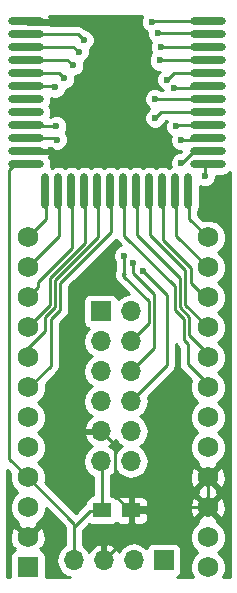
<source format=gbr>
G04 #@! TF.FileFunction,Copper,L1,Top,Signal*
%FSLAX46Y46*%
G04 Gerber Fmt 4.6, Leading zero omitted, Abs format (unit mm)*
G04 Created by KiCad (PCBNEW 4.0.7) date 09/17/18 10:08:34*
%MOMM*%
%LPD*%
G01*
G04 APERTURE LIST*
%ADD10C,0.100000*%
%ADD11R,1.752600X1.752600*%
%ADD12C,1.752600*%
%ADD13R,1.700000X1.700000*%
%ADD14O,1.700000X1.700000*%
%ADD15R,1.500000X1.250000*%
%ADD16O,3.000000X0.700000*%
%ADD17O,0.700000X3.000000*%
%ADD18C,0.600000*%
%ADD19C,0.250000*%
%ADD20C,0.254000*%
G04 APERTURE END LIST*
D10*
D11*
X140881100Y-117449600D03*
D12*
X140881100Y-114909600D03*
X140881100Y-112369600D03*
X140881100Y-109829600D03*
X140881100Y-107289600D03*
X140881100Y-104749600D03*
X140881100Y-102209600D03*
X140881100Y-99669600D03*
X140881100Y-97129600D03*
X140881100Y-94589600D03*
X140881100Y-92049600D03*
X140881100Y-89509600D03*
X156121100Y-89509600D03*
X156121100Y-92049600D03*
X156121100Y-94589600D03*
X156121100Y-97129600D03*
X156121100Y-99669600D03*
X156121100Y-102209600D03*
X156121100Y-104749600D03*
X156121100Y-107289600D03*
X156121100Y-109829600D03*
X156121100Y-112369600D03*
X156121100Y-114909600D03*
X156121100Y-117449600D03*
D13*
X147066000Y-95758000D03*
D14*
X149606000Y-95758000D03*
X147066000Y-98298000D03*
X149606000Y-98298000D03*
X147066000Y-100838000D03*
X149606000Y-100838000D03*
X147066000Y-103378000D03*
X149606000Y-103378000D03*
X147066000Y-105918000D03*
X149606000Y-105918000D03*
X147066000Y-108458000D03*
X149606000Y-108458000D03*
D13*
X152400000Y-116840000D03*
D14*
X149860000Y-116840000D03*
X147320000Y-116840000D03*
X144780000Y-116840000D03*
D15*
X147157120Y-112623600D03*
X149657120Y-112623600D03*
D16*
X140713210Y-71198000D03*
X140713210Y-83298000D03*
D17*
X147863200Y-85598000D03*
X148963200Y-85598000D03*
X145663200Y-85598000D03*
D16*
X140713210Y-74498000D03*
X140713210Y-75598000D03*
X140713210Y-76698000D03*
X140713210Y-77798000D03*
X140713210Y-78898000D03*
X140713210Y-79998000D03*
X140713210Y-82198000D03*
D17*
X142363200Y-85598000D03*
X143463200Y-85598000D03*
X144563200Y-85598000D03*
D16*
X140713210Y-72298000D03*
X140713210Y-81098000D03*
X140713210Y-73398000D03*
D17*
X146763200Y-85598000D03*
D16*
X156113210Y-72298000D03*
D17*
X153363200Y-85598000D03*
X154463200Y-85598000D03*
D16*
X156113210Y-83298000D03*
X156113210Y-82198000D03*
X156113210Y-81098000D03*
X156113210Y-79998000D03*
X156113210Y-77798000D03*
X156113210Y-76698000D03*
X156113210Y-75598000D03*
X156113210Y-74498000D03*
X156113210Y-73398000D03*
D17*
X151163200Y-85598000D03*
D16*
X156113210Y-78898000D03*
D17*
X152263200Y-85598000D03*
D16*
X156113210Y-71198000D03*
D17*
X150063200Y-85598000D03*
D18*
X153263600Y-76860400D03*
X152704800Y-76149200D03*
X143103600Y-71424800D03*
X142849600Y-82092800D03*
X153466800Y-80111600D03*
X151649013Y-79400400D03*
X144729200Y-74930000D03*
X143967200Y-76047600D03*
X143205200Y-76809600D03*
X143306800Y-80111600D03*
X145643600Y-72796400D03*
X143357600Y-81229200D03*
X145186400Y-73812400D03*
X151892000Y-72186800D03*
X149030021Y-91059000D03*
X155854400Y-84328000D03*
X153859569Y-83193530D03*
X153873200Y-81280000D03*
X151649013Y-77774800D03*
X152044400Y-74523600D03*
X150622008Y-92329000D03*
X152146000Y-73355200D03*
X149770999Y-91689417D03*
X151384000Y-71272400D03*
D19*
X153263600Y-76860400D02*
X155950810Y-76860400D01*
X155950810Y-76860400D02*
X156113210Y-76698000D01*
X156113210Y-75598000D02*
X153256000Y-75598000D01*
X153256000Y-75598000D02*
X152704800Y-76149200D01*
X143103600Y-71424800D02*
X140940010Y-71424800D01*
X140940010Y-71424800D02*
X140713210Y-71198000D01*
X142849600Y-82092800D02*
X140818410Y-82092800D01*
X140818410Y-82092800D02*
X140713210Y-82198000D01*
X149693000Y-112649000D02*
X149568000Y-112649000D01*
X149568000Y-112649000D02*
X148241001Y-111322001D01*
X148241001Y-111322001D02*
X148241001Y-107093001D01*
X148241001Y-107093001D02*
X147915999Y-106767999D01*
X147915999Y-106767999D02*
X147066000Y-105918000D01*
X156121100Y-112369600D02*
X149972400Y-112369600D01*
X149972400Y-112369600D02*
X149693000Y-112649000D01*
X156121100Y-109829600D02*
X156121100Y-111068875D01*
X156121100Y-111068875D02*
X156121100Y-112369600D01*
X147320000Y-116840000D02*
X149693000Y-114467000D01*
X149693000Y-114467000D02*
X149693000Y-112649000D01*
X140881100Y-109829600D02*
X139319000Y-108267500D01*
X139319000Y-108267500D02*
X139319000Y-83794600D01*
X139319000Y-83794600D02*
X139815600Y-83298000D01*
X139815600Y-83298000D02*
X140713210Y-83298000D01*
X147193000Y-112649000D02*
X147193000Y-108585000D01*
X147193000Y-108585000D02*
X147066000Y-108458000D01*
X147193000Y-112649000D02*
X146193000Y-112649000D01*
X146193000Y-112649000D02*
X144780000Y-114062000D01*
X144780000Y-114062000D02*
X144780000Y-115637919D01*
X144780000Y-115637919D02*
X144780000Y-116840000D01*
X140881100Y-109829600D02*
X144780000Y-113728500D01*
X144780000Y-113728500D02*
X144780000Y-116840000D01*
X156113210Y-79998000D02*
X153580400Y-79998000D01*
X153580400Y-79998000D02*
X153466800Y-80111600D01*
X156113210Y-78898000D02*
X152151413Y-78898000D01*
X151949012Y-79100401D02*
X151649013Y-79400400D01*
X152151413Y-78898000D02*
X151949012Y-79100401D01*
X140881100Y-102209600D02*
X140995400Y-102209600D01*
X140995400Y-102209600D02*
X142817010Y-100387990D01*
X142817010Y-100387990D02*
X142817010Y-96453810D01*
X142817010Y-96453810D02*
X143648020Y-95622800D01*
X143648020Y-95622800D02*
X143648020Y-93336800D01*
X143648020Y-93336800D02*
X147942980Y-89041840D01*
X147942980Y-89041840D02*
X147942980Y-88126880D01*
X147942980Y-88126880D02*
X147942980Y-86876880D01*
X156121100Y-102209600D02*
X156121100Y-101892100D01*
X156121100Y-101892100D02*
X154432000Y-100203000D01*
X154432000Y-100203000D02*
X154432000Y-98552000D01*
X154432000Y-98552000D02*
X154108990Y-98228990D01*
X154108990Y-98228990D02*
X154108990Y-96390310D01*
X154108990Y-96390310D02*
X153335969Y-95617289D01*
X153335969Y-95617289D02*
X153335969Y-93645969D01*
X153335969Y-93645969D02*
X149042980Y-89352980D01*
X149042980Y-89352980D02*
X149042980Y-88126880D01*
X149042980Y-88126880D02*
X149042980Y-86876880D01*
X140881100Y-97129600D02*
X140881100Y-97116900D01*
X140881100Y-97116900D02*
X142748000Y-95250000D01*
X142748000Y-95250000D02*
X142748000Y-92964000D01*
X142748000Y-92964000D02*
X145742980Y-89969020D01*
X145742980Y-89969020D02*
X145742980Y-86876880D01*
X144246800Y-74498000D02*
X144678800Y-74930000D01*
X144678800Y-74930000D02*
X144729200Y-74930000D01*
X140713210Y-74498000D02*
X144246800Y-74498000D01*
X143967200Y-76047600D02*
X143517600Y-75598000D01*
X143517600Y-75598000D02*
X140713210Y-75598000D01*
X140713210Y-76698000D02*
X143093600Y-76698000D01*
X143093600Y-76698000D02*
X143205200Y-76809600D01*
X143306800Y-80111600D02*
X140826810Y-80111600D01*
X140826810Y-80111600D02*
X140713210Y-79998000D01*
X140881100Y-89509600D02*
X142442980Y-87947720D01*
X142442980Y-87947720D02*
X142442980Y-86876880D01*
X140881100Y-92049600D02*
X143542980Y-89387720D01*
X143542980Y-89387720D02*
X143542980Y-86876880D01*
X144642980Y-88126880D02*
X144642980Y-86876880D01*
X144642980Y-90432609D02*
X144642980Y-88126880D01*
X141757399Y-93318190D02*
X144642980Y-90432609D01*
X140881100Y-94589600D02*
X141757399Y-93713301D01*
X141757399Y-93713301D02*
X141757399Y-93318190D01*
X140713210Y-72298000D02*
X145145200Y-72298000D01*
X145145200Y-72298000D02*
X145643600Y-72796400D01*
X140713210Y-81098000D02*
X143226400Y-81098000D01*
X143226400Y-81098000D02*
X143357600Y-81229200D01*
X144729200Y-73355200D02*
X144686400Y-73398000D01*
X144686400Y-73398000D02*
X140713210Y-73398000D01*
X145186400Y-73812400D02*
X144729200Y-73355200D01*
X140881100Y-99669600D02*
X140881100Y-98907526D01*
X140881100Y-98907526D02*
X142367000Y-97421626D01*
X142367000Y-97421626D02*
X142367000Y-96267410D01*
X142367000Y-96267410D02*
X143198010Y-95436400D01*
X143198010Y-95436400D02*
X143198010Y-93150400D01*
X143198010Y-93150400D02*
X146842980Y-89505430D01*
X146842980Y-89505430D02*
X146842980Y-88126880D01*
X146842980Y-88126880D02*
X146842980Y-86876880D01*
X151892000Y-72186800D02*
X156002010Y-72186800D01*
X156002010Y-72186800D02*
X156113210Y-72298000D01*
X149030021Y-91483264D02*
X149030021Y-91059000D01*
X148971000Y-92499264D02*
X149030021Y-92440243D01*
X149030021Y-92440243D02*
X149030021Y-91483264D01*
X149098000Y-92583000D02*
X149054736Y-92583000D01*
X149054736Y-92583000D02*
X148971000Y-92499264D01*
X149606000Y-98298000D02*
X151130000Y-96774000D01*
X151130000Y-94912264D02*
X148971000Y-92753264D01*
X148971000Y-92753264D02*
X148971000Y-92499264D01*
X151130000Y-96774000D02*
X151130000Y-94912264D01*
X156121100Y-92049600D02*
X153442980Y-89371480D01*
X153442980Y-89371480D02*
X153442980Y-86876880D01*
X156121100Y-89509600D02*
X154542980Y-87931480D01*
X154542980Y-87931480D02*
X154542980Y-86876880D01*
X155854400Y-84328000D02*
X155854400Y-83556810D01*
X155854400Y-83556810D02*
X156113210Y-83298000D01*
X154963210Y-82198000D02*
X153967680Y-83193530D01*
X156113210Y-82198000D02*
X154963210Y-82198000D01*
X153967680Y-83193530D02*
X153859569Y-83193530D01*
X153873200Y-81280000D02*
X155931210Y-81280000D01*
X155931210Y-81280000D02*
X156113210Y-81098000D01*
X156113210Y-77798000D02*
X151672213Y-77798000D01*
X151672213Y-77798000D02*
X151649013Y-77774800D01*
X152044400Y-74523600D02*
X156087610Y-74523600D01*
X156087610Y-74523600D02*
X156113210Y-74498000D01*
X149606000Y-103378000D02*
X152654000Y-100330000D01*
X152654000Y-100330000D02*
X152654000Y-94360992D01*
X152654000Y-94360992D02*
X150622008Y-92329000D01*
X156113210Y-73398000D02*
X152188800Y-73398000D01*
X152188800Y-73398000D02*
X152146000Y-73355200D01*
X149770999Y-92113681D02*
X149770999Y-91689417D01*
X151580009Y-94303009D02*
X149770999Y-92493999D01*
X151580009Y-98863991D02*
X151580009Y-94303009D01*
X149606000Y-100838000D02*
X151580009Y-98863991D01*
X149770999Y-92493999D02*
X149770999Y-92113681D01*
X154235989Y-92259989D02*
X151242980Y-89266980D01*
X151242980Y-89266980D02*
X151242980Y-88126880D01*
X154235989Y-95244489D02*
X154235989Y-92259989D01*
X156121100Y-97129600D02*
X154235989Y-95244489D01*
X151242980Y-88126880D02*
X151242980Y-86876880D01*
X156121100Y-94589600D02*
X155930600Y-94589600D01*
X152342980Y-88126880D02*
X152342980Y-86876880D01*
X154686000Y-92073590D02*
X152342980Y-89730570D01*
X155930600Y-94589600D02*
X154686000Y-93345000D01*
X152342980Y-89730570D02*
X152342980Y-88126880D01*
X154686000Y-93345000D02*
X154686000Y-92073590D01*
X156113210Y-71198000D02*
X151458400Y-71198000D01*
X151458400Y-71198000D02*
X151384000Y-71272400D01*
X156121100Y-99669600D02*
X156121100Y-99352100D01*
X156121100Y-99352100D02*
X154559000Y-97790000D01*
X154559000Y-97790000D02*
X154559000Y-96203910D01*
X154559000Y-96203910D02*
X153785979Y-95430889D01*
X153785979Y-95430889D02*
X153785979Y-92952979D01*
X150142980Y-88126880D02*
X150142980Y-86876880D01*
X153785979Y-92952979D02*
X150142980Y-89309980D01*
X150142980Y-89309980D02*
X150142980Y-88126880D01*
D20*
G36*
X158040000Y-118289000D02*
X157408962Y-118289000D01*
X157632137Y-117751535D01*
X157632662Y-117150303D01*
X157403065Y-116594636D01*
X156988402Y-116179249D01*
X157401571Y-115766800D01*
X157632137Y-115211535D01*
X157632662Y-114610303D01*
X157403065Y-114054636D01*
X156978300Y-113629129D01*
X156944508Y-113615097D01*
X157004496Y-113432601D01*
X156121100Y-112549205D01*
X155237704Y-113432601D01*
X155297547Y-113614656D01*
X155266136Y-113627635D01*
X154840629Y-114052400D01*
X154610063Y-114607665D01*
X154609538Y-115208897D01*
X154839135Y-115764564D01*
X155253798Y-116179951D01*
X154840629Y-116592400D01*
X154610063Y-117147665D01*
X154609538Y-117748897D01*
X154832704Y-118289000D01*
X153491785Y-118289000D01*
X153701441Y-118154090D01*
X153846431Y-117941890D01*
X153897440Y-117690000D01*
X153897440Y-115990000D01*
X153853162Y-115754683D01*
X153714090Y-115538559D01*
X153501890Y-115393569D01*
X153250000Y-115342560D01*
X151550000Y-115342560D01*
X151314683Y-115386838D01*
X151098559Y-115525910D01*
X150953569Y-115738110D01*
X150939914Y-115805541D01*
X150910054Y-115760853D01*
X150428285Y-115438946D01*
X149860000Y-115325907D01*
X149291715Y-115438946D01*
X148809946Y-115760853D01*
X148582298Y-116101553D01*
X148515183Y-115958642D01*
X148086924Y-115568355D01*
X147676890Y-115398524D01*
X147447000Y-115519845D01*
X147447000Y-116713000D01*
X147467000Y-116713000D01*
X147467000Y-116967000D01*
X147447000Y-116967000D01*
X147447000Y-116987000D01*
X147193000Y-116987000D01*
X147193000Y-116967000D01*
X147173000Y-116967000D01*
X147173000Y-116713000D01*
X147193000Y-116713000D01*
X147193000Y-115519845D01*
X146963110Y-115398524D01*
X146553076Y-115568355D01*
X146124817Y-115958642D01*
X146057702Y-116101553D01*
X145830054Y-115760853D01*
X145540000Y-115567046D01*
X145540000Y-114376802D01*
X146105649Y-113811153D01*
X146155230Y-113845031D01*
X146407120Y-113896040D01*
X147907120Y-113896040D01*
X148142437Y-113851762D01*
X148358561Y-113712690D01*
X148405089Y-113644594D01*
X148547422Y-113786927D01*
X148780811Y-113883600D01*
X149371370Y-113883600D01*
X149530120Y-113724850D01*
X149530120Y-112750600D01*
X149784120Y-112750600D01*
X149784120Y-113724850D01*
X149942870Y-113883600D01*
X150533429Y-113883600D01*
X150766818Y-113786927D01*
X150945447Y-113608299D01*
X151042120Y-113374910D01*
X151042120Y-112909350D01*
X150883370Y-112750600D01*
X149784120Y-112750600D01*
X149530120Y-112750600D01*
X149510120Y-112750600D01*
X149510120Y-112496600D01*
X149530120Y-112496600D01*
X149530120Y-111522350D01*
X149784120Y-111522350D01*
X149784120Y-112496600D01*
X150883370Y-112496600D01*
X151042120Y-112337850D01*
X151042120Y-112134597D01*
X154598218Y-112134597D01*
X154624209Y-112735268D01*
X154804073Y-113169496D01*
X155058099Y-113252996D01*
X155941495Y-112369600D01*
X156300705Y-112369600D01*
X157184101Y-113252996D01*
X157438127Y-113169496D01*
X157643982Y-112604603D01*
X157617991Y-112003932D01*
X157438127Y-111569704D01*
X157184101Y-111486204D01*
X156300705Y-112369600D01*
X155941495Y-112369600D01*
X155058099Y-111486204D01*
X154804073Y-111569704D01*
X154598218Y-112134597D01*
X151042120Y-112134597D01*
X151042120Y-111872290D01*
X150945447Y-111638901D01*
X150766818Y-111460273D01*
X150533429Y-111363600D01*
X149942870Y-111363600D01*
X149784120Y-111522350D01*
X149530120Y-111522350D01*
X149371370Y-111363600D01*
X148780811Y-111363600D01*
X148547422Y-111460273D01*
X148406184Y-111601510D01*
X148371210Y-111547159D01*
X148159010Y-111402169D01*
X147953000Y-111360451D01*
X147953000Y-110892601D01*
X155237704Y-110892601D01*
X155305746Y-111099600D01*
X155237704Y-111306599D01*
X156121100Y-112189995D01*
X157004496Y-111306599D01*
X156936454Y-111099600D01*
X157004496Y-110892601D01*
X156121100Y-110009205D01*
X155237704Y-110892601D01*
X147953000Y-110892601D01*
X147953000Y-109636442D01*
X148145147Y-109508054D01*
X148336000Y-109222422D01*
X148526853Y-109508054D01*
X149008622Y-109829961D01*
X149576907Y-109943000D01*
X149635093Y-109943000D01*
X150203378Y-109829961D01*
X150555625Y-109594597D01*
X154598218Y-109594597D01*
X154624209Y-110195268D01*
X154804073Y-110629496D01*
X155058099Y-110712996D01*
X155941495Y-109829600D01*
X156300705Y-109829600D01*
X157184101Y-110712996D01*
X157438127Y-110629496D01*
X157643982Y-110064603D01*
X157617991Y-109463932D01*
X157438127Y-109029704D01*
X157184101Y-108946204D01*
X156300705Y-109829600D01*
X155941495Y-109829600D01*
X155058099Y-108946204D01*
X154804073Y-109029704D01*
X154598218Y-109594597D01*
X150555625Y-109594597D01*
X150685147Y-109508054D01*
X151007054Y-109026285D01*
X151120093Y-108458000D01*
X151007054Y-107889715D01*
X150685147Y-107407946D01*
X150355974Y-107188000D01*
X150685147Y-106968054D01*
X151007054Y-106486285D01*
X151120093Y-105918000D01*
X151007054Y-105349715D01*
X150685147Y-104867946D01*
X150355974Y-104648000D01*
X150685147Y-104428054D01*
X151007054Y-103946285D01*
X151120093Y-103378000D01*
X151047210Y-103011592D01*
X153191401Y-100867401D01*
X153356148Y-100620839D01*
X153414000Y-100330000D01*
X153414000Y-98530542D01*
X153571589Y-98766391D01*
X153672000Y-98866802D01*
X153672000Y-100203000D01*
X153729852Y-100493839D01*
X153894599Y-100740401D01*
X154742623Y-101588425D01*
X154610063Y-101907665D01*
X154609538Y-102508897D01*
X154839135Y-103064564D01*
X155253798Y-103479951D01*
X154840629Y-103892400D01*
X154610063Y-104447665D01*
X154609538Y-105048897D01*
X154839135Y-105604564D01*
X155253798Y-106019951D01*
X154840629Y-106432400D01*
X154610063Y-106987665D01*
X154609538Y-107588897D01*
X154839135Y-108144564D01*
X155263900Y-108570071D01*
X155297692Y-108584103D01*
X155237704Y-108766599D01*
X156121100Y-109649995D01*
X157004496Y-108766599D01*
X156944653Y-108584544D01*
X156976064Y-108571565D01*
X157401571Y-108146800D01*
X157632137Y-107591535D01*
X157632662Y-106990303D01*
X157403065Y-106434636D01*
X156988402Y-106019249D01*
X157401571Y-105606800D01*
X157632137Y-105051535D01*
X157632662Y-104450303D01*
X157403065Y-103894636D01*
X156988402Y-103479249D01*
X157401571Y-103066800D01*
X157632137Y-102511535D01*
X157632662Y-101910303D01*
X157403065Y-101354636D01*
X156988402Y-100939249D01*
X157401571Y-100526800D01*
X157632137Y-99971535D01*
X157632662Y-99370303D01*
X157403065Y-98814636D01*
X156988402Y-98399249D01*
X157401571Y-97986800D01*
X157632137Y-97431535D01*
X157632662Y-96830303D01*
X157403065Y-96274636D01*
X156988402Y-95859249D01*
X157401571Y-95446800D01*
X157632137Y-94891535D01*
X157632662Y-94290303D01*
X157403065Y-93734636D01*
X156988402Y-93319249D01*
X157401571Y-92906800D01*
X157632137Y-92351535D01*
X157632662Y-91750303D01*
X157403065Y-91194636D01*
X156988402Y-90779249D01*
X157401571Y-90366800D01*
X157632137Y-89811535D01*
X157632662Y-89210303D01*
X157403065Y-88654636D01*
X156978300Y-88229129D01*
X156423035Y-87998563D01*
X155821803Y-87998038D01*
X155724532Y-88038230D01*
X155302980Y-87616678D01*
X155302980Y-87271893D01*
X155373221Y-87166770D01*
X155448200Y-86789827D01*
X155448200Y-85171734D01*
X155667601Y-85262838D01*
X156039567Y-85263162D01*
X156383343Y-85121117D01*
X156646592Y-84858327D01*
X156789238Y-84514799D01*
X156789440Y-84283000D01*
X157305037Y-84283000D01*
X157681980Y-84208021D01*
X158001537Y-83994500D01*
X158040000Y-83936936D01*
X158040000Y-118289000D01*
X158040000Y-118289000D01*
G37*
X158040000Y-118289000D02*
X157408962Y-118289000D01*
X157632137Y-117751535D01*
X157632662Y-117150303D01*
X157403065Y-116594636D01*
X156988402Y-116179249D01*
X157401571Y-115766800D01*
X157632137Y-115211535D01*
X157632662Y-114610303D01*
X157403065Y-114054636D01*
X156978300Y-113629129D01*
X156944508Y-113615097D01*
X157004496Y-113432601D01*
X156121100Y-112549205D01*
X155237704Y-113432601D01*
X155297547Y-113614656D01*
X155266136Y-113627635D01*
X154840629Y-114052400D01*
X154610063Y-114607665D01*
X154609538Y-115208897D01*
X154839135Y-115764564D01*
X155253798Y-116179951D01*
X154840629Y-116592400D01*
X154610063Y-117147665D01*
X154609538Y-117748897D01*
X154832704Y-118289000D01*
X153491785Y-118289000D01*
X153701441Y-118154090D01*
X153846431Y-117941890D01*
X153897440Y-117690000D01*
X153897440Y-115990000D01*
X153853162Y-115754683D01*
X153714090Y-115538559D01*
X153501890Y-115393569D01*
X153250000Y-115342560D01*
X151550000Y-115342560D01*
X151314683Y-115386838D01*
X151098559Y-115525910D01*
X150953569Y-115738110D01*
X150939914Y-115805541D01*
X150910054Y-115760853D01*
X150428285Y-115438946D01*
X149860000Y-115325907D01*
X149291715Y-115438946D01*
X148809946Y-115760853D01*
X148582298Y-116101553D01*
X148515183Y-115958642D01*
X148086924Y-115568355D01*
X147676890Y-115398524D01*
X147447000Y-115519845D01*
X147447000Y-116713000D01*
X147467000Y-116713000D01*
X147467000Y-116967000D01*
X147447000Y-116967000D01*
X147447000Y-116987000D01*
X147193000Y-116987000D01*
X147193000Y-116967000D01*
X147173000Y-116967000D01*
X147173000Y-116713000D01*
X147193000Y-116713000D01*
X147193000Y-115519845D01*
X146963110Y-115398524D01*
X146553076Y-115568355D01*
X146124817Y-115958642D01*
X146057702Y-116101553D01*
X145830054Y-115760853D01*
X145540000Y-115567046D01*
X145540000Y-114376802D01*
X146105649Y-113811153D01*
X146155230Y-113845031D01*
X146407120Y-113896040D01*
X147907120Y-113896040D01*
X148142437Y-113851762D01*
X148358561Y-113712690D01*
X148405089Y-113644594D01*
X148547422Y-113786927D01*
X148780811Y-113883600D01*
X149371370Y-113883600D01*
X149530120Y-113724850D01*
X149530120Y-112750600D01*
X149784120Y-112750600D01*
X149784120Y-113724850D01*
X149942870Y-113883600D01*
X150533429Y-113883600D01*
X150766818Y-113786927D01*
X150945447Y-113608299D01*
X151042120Y-113374910D01*
X151042120Y-112909350D01*
X150883370Y-112750600D01*
X149784120Y-112750600D01*
X149530120Y-112750600D01*
X149510120Y-112750600D01*
X149510120Y-112496600D01*
X149530120Y-112496600D01*
X149530120Y-111522350D01*
X149784120Y-111522350D01*
X149784120Y-112496600D01*
X150883370Y-112496600D01*
X151042120Y-112337850D01*
X151042120Y-112134597D01*
X154598218Y-112134597D01*
X154624209Y-112735268D01*
X154804073Y-113169496D01*
X155058099Y-113252996D01*
X155941495Y-112369600D01*
X156300705Y-112369600D01*
X157184101Y-113252996D01*
X157438127Y-113169496D01*
X157643982Y-112604603D01*
X157617991Y-112003932D01*
X157438127Y-111569704D01*
X157184101Y-111486204D01*
X156300705Y-112369600D01*
X155941495Y-112369600D01*
X155058099Y-111486204D01*
X154804073Y-111569704D01*
X154598218Y-112134597D01*
X151042120Y-112134597D01*
X151042120Y-111872290D01*
X150945447Y-111638901D01*
X150766818Y-111460273D01*
X150533429Y-111363600D01*
X149942870Y-111363600D01*
X149784120Y-111522350D01*
X149530120Y-111522350D01*
X149371370Y-111363600D01*
X148780811Y-111363600D01*
X148547422Y-111460273D01*
X148406184Y-111601510D01*
X148371210Y-111547159D01*
X148159010Y-111402169D01*
X147953000Y-111360451D01*
X147953000Y-110892601D01*
X155237704Y-110892601D01*
X155305746Y-111099600D01*
X155237704Y-111306599D01*
X156121100Y-112189995D01*
X157004496Y-111306599D01*
X156936454Y-111099600D01*
X157004496Y-110892601D01*
X156121100Y-110009205D01*
X155237704Y-110892601D01*
X147953000Y-110892601D01*
X147953000Y-109636442D01*
X148145147Y-109508054D01*
X148336000Y-109222422D01*
X148526853Y-109508054D01*
X149008622Y-109829961D01*
X149576907Y-109943000D01*
X149635093Y-109943000D01*
X150203378Y-109829961D01*
X150555625Y-109594597D01*
X154598218Y-109594597D01*
X154624209Y-110195268D01*
X154804073Y-110629496D01*
X155058099Y-110712996D01*
X155941495Y-109829600D01*
X156300705Y-109829600D01*
X157184101Y-110712996D01*
X157438127Y-110629496D01*
X157643982Y-110064603D01*
X157617991Y-109463932D01*
X157438127Y-109029704D01*
X157184101Y-108946204D01*
X156300705Y-109829600D01*
X155941495Y-109829600D01*
X155058099Y-108946204D01*
X154804073Y-109029704D01*
X154598218Y-109594597D01*
X150555625Y-109594597D01*
X150685147Y-109508054D01*
X151007054Y-109026285D01*
X151120093Y-108458000D01*
X151007054Y-107889715D01*
X150685147Y-107407946D01*
X150355974Y-107188000D01*
X150685147Y-106968054D01*
X151007054Y-106486285D01*
X151120093Y-105918000D01*
X151007054Y-105349715D01*
X150685147Y-104867946D01*
X150355974Y-104648000D01*
X150685147Y-104428054D01*
X151007054Y-103946285D01*
X151120093Y-103378000D01*
X151047210Y-103011592D01*
X153191401Y-100867401D01*
X153356148Y-100620839D01*
X153414000Y-100330000D01*
X153414000Y-98530542D01*
X153571589Y-98766391D01*
X153672000Y-98866802D01*
X153672000Y-100203000D01*
X153729852Y-100493839D01*
X153894599Y-100740401D01*
X154742623Y-101588425D01*
X154610063Y-101907665D01*
X154609538Y-102508897D01*
X154839135Y-103064564D01*
X155253798Y-103479951D01*
X154840629Y-103892400D01*
X154610063Y-104447665D01*
X154609538Y-105048897D01*
X154839135Y-105604564D01*
X155253798Y-106019951D01*
X154840629Y-106432400D01*
X154610063Y-106987665D01*
X154609538Y-107588897D01*
X154839135Y-108144564D01*
X155263900Y-108570071D01*
X155297692Y-108584103D01*
X155237704Y-108766599D01*
X156121100Y-109649995D01*
X157004496Y-108766599D01*
X156944653Y-108584544D01*
X156976064Y-108571565D01*
X157401571Y-108146800D01*
X157632137Y-107591535D01*
X157632662Y-106990303D01*
X157403065Y-106434636D01*
X156988402Y-106019249D01*
X157401571Y-105606800D01*
X157632137Y-105051535D01*
X157632662Y-104450303D01*
X157403065Y-103894636D01*
X156988402Y-103479249D01*
X157401571Y-103066800D01*
X157632137Y-102511535D01*
X157632662Y-101910303D01*
X157403065Y-101354636D01*
X156988402Y-100939249D01*
X157401571Y-100526800D01*
X157632137Y-99971535D01*
X157632662Y-99370303D01*
X157403065Y-98814636D01*
X156988402Y-98399249D01*
X157401571Y-97986800D01*
X157632137Y-97431535D01*
X157632662Y-96830303D01*
X157403065Y-96274636D01*
X156988402Y-95859249D01*
X157401571Y-95446800D01*
X157632137Y-94891535D01*
X157632662Y-94290303D01*
X157403065Y-93734636D01*
X156988402Y-93319249D01*
X157401571Y-92906800D01*
X157632137Y-92351535D01*
X157632662Y-91750303D01*
X157403065Y-91194636D01*
X156988402Y-90779249D01*
X157401571Y-90366800D01*
X157632137Y-89811535D01*
X157632662Y-89210303D01*
X157403065Y-88654636D01*
X156978300Y-88229129D01*
X156423035Y-87998563D01*
X155821803Y-87998038D01*
X155724532Y-88038230D01*
X155302980Y-87616678D01*
X155302980Y-87271893D01*
X155373221Y-87166770D01*
X155448200Y-86789827D01*
X155448200Y-85171734D01*
X155667601Y-85262838D01*
X156039567Y-85263162D01*
X156383343Y-85121117D01*
X156646592Y-84858327D01*
X156789238Y-84514799D01*
X156789440Y-84283000D01*
X157305037Y-84283000D01*
X157681980Y-84208021D01*
X158001537Y-83994500D01*
X158040000Y-83936936D01*
X158040000Y-118289000D01*
G36*
X139409467Y-109432769D02*
X139370063Y-109527665D01*
X139369538Y-110128897D01*
X139599135Y-110684564D01*
X140013798Y-111099951D01*
X139600629Y-111512400D01*
X139370063Y-112067665D01*
X139369538Y-112668897D01*
X139599135Y-113224564D01*
X140023900Y-113650071D01*
X140057692Y-113664103D01*
X139997704Y-113846599D01*
X140881100Y-114729995D01*
X141764496Y-113846599D01*
X141704653Y-113664544D01*
X141736064Y-113651565D01*
X142161571Y-113226800D01*
X142392137Y-112671535D01*
X142392360Y-112415662D01*
X144020000Y-114043302D01*
X144020000Y-115567046D01*
X143729946Y-115760853D01*
X143408039Y-116242622D01*
X143295000Y-116810907D01*
X143295000Y-116869093D01*
X143408039Y-117437378D01*
X143729946Y-117919147D01*
X144211715Y-118241054D01*
X144452756Y-118289000D01*
X142404840Y-118289000D01*
X142404840Y-116573300D01*
X142360562Y-116337983D01*
X142221490Y-116121859D01*
X142009290Y-115976869D01*
X141992820Y-115973534D01*
X142058731Y-115907623D01*
X141944103Y-115792995D01*
X142198127Y-115709496D01*
X142403982Y-115144603D01*
X142377991Y-114543932D01*
X142198127Y-114109704D01*
X141944101Y-114026204D01*
X141060705Y-114909600D01*
X141074848Y-114923743D01*
X140895243Y-115103348D01*
X140881100Y-115089205D01*
X140866958Y-115103348D01*
X140687353Y-114923743D01*
X140701495Y-114909600D01*
X139818099Y-114026204D01*
X139564073Y-114109704D01*
X139358218Y-114674597D01*
X139384209Y-115275268D01*
X139564073Y-115709496D01*
X139818097Y-115792995D01*
X139703469Y-115907623D01*
X139767354Y-115971508D01*
X139553359Y-116109210D01*
X139408369Y-116321410D01*
X139357360Y-116573300D01*
X139357360Y-118289000D01*
X139140000Y-118289000D01*
X139140000Y-109163302D01*
X139409467Y-109432769D01*
X139409467Y-109432769D01*
G37*
X139409467Y-109432769D02*
X139370063Y-109527665D01*
X139369538Y-110128897D01*
X139599135Y-110684564D01*
X140013798Y-111099951D01*
X139600629Y-111512400D01*
X139370063Y-112067665D01*
X139369538Y-112668897D01*
X139599135Y-113224564D01*
X140023900Y-113650071D01*
X140057692Y-113664103D01*
X139997704Y-113846599D01*
X140881100Y-114729995D01*
X141764496Y-113846599D01*
X141704653Y-113664544D01*
X141736064Y-113651565D01*
X142161571Y-113226800D01*
X142392137Y-112671535D01*
X142392360Y-112415662D01*
X144020000Y-114043302D01*
X144020000Y-115567046D01*
X143729946Y-115760853D01*
X143408039Y-116242622D01*
X143295000Y-116810907D01*
X143295000Y-116869093D01*
X143408039Y-117437378D01*
X143729946Y-117919147D01*
X144211715Y-118241054D01*
X144452756Y-118289000D01*
X142404840Y-118289000D01*
X142404840Y-116573300D01*
X142360562Y-116337983D01*
X142221490Y-116121859D01*
X142009290Y-115976869D01*
X141992820Y-115973534D01*
X142058731Y-115907623D01*
X141944103Y-115792995D01*
X142198127Y-115709496D01*
X142403982Y-115144603D01*
X142377991Y-114543932D01*
X142198127Y-114109704D01*
X141944101Y-114026204D01*
X141060705Y-114909600D01*
X141074848Y-114923743D01*
X140895243Y-115103348D01*
X140881100Y-115089205D01*
X140866958Y-115103348D01*
X140687353Y-114923743D01*
X140701495Y-114909600D01*
X139818099Y-114026204D01*
X139564073Y-114109704D01*
X139358218Y-114674597D01*
X139384209Y-115275268D01*
X139564073Y-115709496D01*
X139818097Y-115792995D01*
X139703469Y-115907623D01*
X139767354Y-115971508D01*
X139553359Y-116109210D01*
X139408369Y-116321410D01*
X139357360Y-116573300D01*
X139357360Y-118289000D01*
X139140000Y-118289000D01*
X139140000Y-109163302D01*
X139409467Y-109432769D01*
G36*
X148505579Y-89890381D02*
X148769975Y-90154777D01*
X148501078Y-90265883D01*
X148237829Y-90528673D01*
X148095183Y-90872201D01*
X148094859Y-91244167D01*
X148236904Y-91587943D01*
X148270021Y-91621118D01*
X148270021Y-92206675D01*
X148268852Y-92208425D01*
X148211000Y-92499264D01*
X148211000Y-92753264D01*
X148268852Y-93044103D01*
X148433599Y-93290665D01*
X149442641Y-94299707D01*
X149008622Y-94386039D01*
X148526853Y-94707946D01*
X148526029Y-94709179D01*
X148519162Y-94672683D01*
X148380090Y-94456559D01*
X148167890Y-94311569D01*
X147916000Y-94260560D01*
X146216000Y-94260560D01*
X145980683Y-94304838D01*
X145764559Y-94443910D01*
X145619569Y-94656110D01*
X145568560Y-94908000D01*
X145568560Y-96608000D01*
X145612838Y-96843317D01*
X145751910Y-97059441D01*
X145964110Y-97204431D01*
X146031541Y-97218086D01*
X145986853Y-97247946D01*
X145664946Y-97729715D01*
X145551907Y-98298000D01*
X145664946Y-98866285D01*
X145986853Y-99348054D01*
X146316026Y-99568000D01*
X145986853Y-99787946D01*
X145664946Y-100269715D01*
X145551907Y-100838000D01*
X145664946Y-101406285D01*
X145986853Y-101888054D01*
X146316026Y-102108000D01*
X145986853Y-102327946D01*
X145664946Y-102809715D01*
X145551907Y-103378000D01*
X145664946Y-103946285D01*
X145986853Y-104428054D01*
X146327553Y-104655702D01*
X146184642Y-104722817D01*
X145794355Y-105151076D01*
X145624524Y-105561110D01*
X145745845Y-105791000D01*
X146939000Y-105791000D01*
X146939000Y-105771000D01*
X147193000Y-105771000D01*
X147193000Y-105791000D01*
X147213000Y-105791000D01*
X147213000Y-106045000D01*
X147193000Y-106045000D01*
X147193000Y-106065000D01*
X146939000Y-106065000D01*
X146939000Y-106045000D01*
X145745845Y-106045000D01*
X145624524Y-106274890D01*
X145794355Y-106684924D01*
X146184642Y-107113183D01*
X146327553Y-107180298D01*
X145986853Y-107407946D01*
X145664946Y-107889715D01*
X145551907Y-108458000D01*
X145664946Y-109026285D01*
X145986853Y-109508054D01*
X146433000Y-109806159D01*
X146433000Y-111351160D01*
X146407120Y-111351160D01*
X146171803Y-111395438D01*
X145955679Y-111534510D01*
X145810689Y-111746710D01*
X145759680Y-111998600D01*
X145759680Y-112042054D01*
X145655599Y-112111599D01*
X144946750Y-112820448D01*
X142352733Y-110226431D01*
X142392137Y-110131535D01*
X142392662Y-109530303D01*
X142163065Y-108974636D01*
X141748402Y-108559249D01*
X142161571Y-108146800D01*
X142392137Y-107591535D01*
X142392662Y-106990303D01*
X142163065Y-106434636D01*
X141748402Y-106019249D01*
X142161571Y-105606800D01*
X142392137Y-105051535D01*
X142392662Y-104450303D01*
X142163065Y-103894636D01*
X141748402Y-103479249D01*
X142161571Y-103066800D01*
X142392137Y-102511535D01*
X142392662Y-101910303D01*
X142385890Y-101893912D01*
X143354411Y-100925391D01*
X143519158Y-100678829D01*
X143577010Y-100387990D01*
X143577010Y-96768612D01*
X144185421Y-96160201D01*
X144350168Y-95913639D01*
X144408020Y-95622800D01*
X144408020Y-93651602D01*
X148370861Y-89688761D01*
X148505579Y-89890381D01*
X148505579Y-89890381D01*
G37*
X148505579Y-89890381D02*
X148769975Y-90154777D01*
X148501078Y-90265883D01*
X148237829Y-90528673D01*
X148095183Y-90872201D01*
X148094859Y-91244167D01*
X148236904Y-91587943D01*
X148270021Y-91621118D01*
X148270021Y-92206675D01*
X148268852Y-92208425D01*
X148211000Y-92499264D01*
X148211000Y-92753264D01*
X148268852Y-93044103D01*
X148433599Y-93290665D01*
X149442641Y-94299707D01*
X149008622Y-94386039D01*
X148526853Y-94707946D01*
X148526029Y-94709179D01*
X148519162Y-94672683D01*
X148380090Y-94456559D01*
X148167890Y-94311569D01*
X147916000Y-94260560D01*
X146216000Y-94260560D01*
X145980683Y-94304838D01*
X145764559Y-94443910D01*
X145619569Y-94656110D01*
X145568560Y-94908000D01*
X145568560Y-96608000D01*
X145612838Y-96843317D01*
X145751910Y-97059441D01*
X145964110Y-97204431D01*
X146031541Y-97218086D01*
X145986853Y-97247946D01*
X145664946Y-97729715D01*
X145551907Y-98298000D01*
X145664946Y-98866285D01*
X145986853Y-99348054D01*
X146316026Y-99568000D01*
X145986853Y-99787946D01*
X145664946Y-100269715D01*
X145551907Y-100838000D01*
X145664946Y-101406285D01*
X145986853Y-101888054D01*
X146316026Y-102108000D01*
X145986853Y-102327946D01*
X145664946Y-102809715D01*
X145551907Y-103378000D01*
X145664946Y-103946285D01*
X145986853Y-104428054D01*
X146327553Y-104655702D01*
X146184642Y-104722817D01*
X145794355Y-105151076D01*
X145624524Y-105561110D01*
X145745845Y-105791000D01*
X146939000Y-105791000D01*
X146939000Y-105771000D01*
X147193000Y-105771000D01*
X147193000Y-105791000D01*
X147213000Y-105791000D01*
X147213000Y-106045000D01*
X147193000Y-106045000D01*
X147193000Y-106065000D01*
X146939000Y-106065000D01*
X146939000Y-106045000D01*
X145745845Y-106045000D01*
X145624524Y-106274890D01*
X145794355Y-106684924D01*
X146184642Y-107113183D01*
X146327553Y-107180298D01*
X145986853Y-107407946D01*
X145664946Y-107889715D01*
X145551907Y-108458000D01*
X145664946Y-109026285D01*
X145986853Y-109508054D01*
X146433000Y-109806159D01*
X146433000Y-111351160D01*
X146407120Y-111351160D01*
X146171803Y-111395438D01*
X145955679Y-111534510D01*
X145810689Y-111746710D01*
X145759680Y-111998600D01*
X145759680Y-112042054D01*
X145655599Y-112111599D01*
X144946750Y-112820448D01*
X142352733Y-110226431D01*
X142392137Y-110131535D01*
X142392662Y-109530303D01*
X142163065Y-108974636D01*
X141748402Y-108559249D01*
X142161571Y-108146800D01*
X142392137Y-107591535D01*
X142392662Y-106990303D01*
X142163065Y-106434636D01*
X141748402Y-106019249D01*
X142161571Y-105606800D01*
X142392137Y-105051535D01*
X142392662Y-104450303D01*
X142163065Y-103894636D01*
X141748402Y-103479249D01*
X142161571Y-103066800D01*
X142392137Y-102511535D01*
X142392662Y-101910303D01*
X142385890Y-101893912D01*
X143354411Y-100925391D01*
X143519158Y-100678829D01*
X143577010Y-100387990D01*
X143577010Y-96768612D01*
X144185421Y-96160201D01*
X144350168Y-95913639D01*
X144408020Y-95622800D01*
X144408020Y-93651602D01*
X148370861Y-89688761D01*
X148505579Y-89890381D01*
G36*
X148526853Y-106968054D02*
X148856026Y-107188000D01*
X148526853Y-107407946D01*
X148336000Y-107693578D01*
X148145147Y-107407946D01*
X147804447Y-107180298D01*
X147947358Y-107113183D01*
X148337645Y-106684924D01*
X148337655Y-106684899D01*
X148526853Y-106968054D01*
X148526853Y-106968054D01*
G37*
X148526853Y-106968054D02*
X148856026Y-107188000D01*
X148526853Y-107407946D01*
X148336000Y-107693578D01*
X148145147Y-107407946D01*
X147804447Y-107180298D01*
X147947358Y-107113183D01*
X148337645Y-106684924D01*
X148337655Y-106684899D01*
X148526853Y-106968054D01*
G36*
X150591808Y-70742073D02*
X150449162Y-71085601D01*
X150448838Y-71457567D01*
X150590883Y-71801343D01*
X150853673Y-72064592D01*
X150957068Y-72107526D01*
X150956838Y-72371967D01*
X151098883Y-72715743D01*
X151310922Y-72928153D01*
X151211162Y-73168401D01*
X151210838Y-73540367D01*
X151352883Y-73884143D01*
X151357198Y-73888466D01*
X151252208Y-73993273D01*
X151109562Y-74336801D01*
X151109238Y-74708767D01*
X151251283Y-75052543D01*
X151514073Y-75315792D01*
X151857601Y-75458438D01*
X152073135Y-75458626D01*
X151912608Y-75618873D01*
X151769962Y-75962401D01*
X151769638Y-76334367D01*
X151911683Y-76678143D01*
X152174473Y-76941392D01*
X152328473Y-77005339D01*
X152328445Y-77038000D01*
X152234635Y-77038000D01*
X152179340Y-76982608D01*
X151835812Y-76839962D01*
X151463846Y-76839638D01*
X151120070Y-76981683D01*
X150856821Y-77244473D01*
X150714175Y-77588001D01*
X150713851Y-77959967D01*
X150855896Y-78303743D01*
X151118686Y-78566992D01*
X151168012Y-78587474D01*
X151120070Y-78607283D01*
X150856821Y-78870073D01*
X150714175Y-79213601D01*
X150713851Y-79585567D01*
X150855896Y-79929343D01*
X151118686Y-80192592D01*
X151462214Y-80335238D01*
X151834180Y-80335562D01*
X152177956Y-80193517D01*
X152441205Y-79930727D01*
X152554452Y-79658000D01*
X152642748Y-79658000D01*
X152531962Y-79924801D01*
X152531638Y-80296767D01*
X152673683Y-80640543D01*
X152936473Y-80903792D01*
X153005167Y-80932317D01*
X152938362Y-81093201D01*
X152938038Y-81465167D01*
X153080083Y-81808943D01*
X153342873Y-82072192D01*
X153686401Y-82214838D01*
X153871409Y-82214999D01*
X153827906Y-82258502D01*
X153674402Y-82258368D01*
X153330626Y-82400413D01*
X153067377Y-82663203D01*
X152924731Y-83006731D01*
X152924407Y-83378697D01*
X152975820Y-83503126D01*
X152813200Y-83611785D01*
X152640143Y-83496152D01*
X152263200Y-83421173D01*
X151886257Y-83496152D01*
X151713200Y-83611785D01*
X151540143Y-83496152D01*
X151163200Y-83421173D01*
X150786257Y-83496152D01*
X150613200Y-83611785D01*
X150440143Y-83496152D01*
X150063200Y-83421173D01*
X149686257Y-83496152D01*
X149513200Y-83611785D01*
X149340143Y-83496152D01*
X148963200Y-83421173D01*
X148586257Y-83496152D01*
X148413200Y-83611785D01*
X148240143Y-83496152D01*
X147863200Y-83421173D01*
X147486257Y-83496152D01*
X147313200Y-83611785D01*
X147140143Y-83496152D01*
X146763200Y-83421173D01*
X146386257Y-83496152D01*
X146213200Y-83611785D01*
X146040143Y-83496152D01*
X145663200Y-83421173D01*
X145286257Y-83496152D01*
X145113200Y-83611785D01*
X144940143Y-83496152D01*
X144563200Y-83421173D01*
X144186257Y-83496152D01*
X144013200Y-83611785D01*
X143840143Y-83496152D01*
X143463200Y-83421173D01*
X143086257Y-83496152D01*
X142913200Y-83611785D01*
X142837661Y-83561311D01*
X142890037Y-83298000D01*
X142815058Y-82921057D01*
X142686341Y-82728418D01*
X142808095Y-82476238D01*
X142679641Y-82325000D01*
X141965365Y-82325000D01*
X141905037Y-82313000D01*
X140566210Y-82313000D01*
X140566210Y-82083000D01*
X141905037Y-82083000D01*
X141965365Y-82071000D01*
X142679641Y-82071000D01*
X142770273Y-81964292D01*
X142827273Y-82021392D01*
X143170801Y-82164038D01*
X143542767Y-82164362D01*
X143886543Y-82022317D01*
X144149792Y-81759527D01*
X144292438Y-81415999D01*
X144292762Y-81044033D01*
X144150717Y-80700257D01*
X144095735Y-80645179D01*
X144098992Y-80641927D01*
X144241638Y-80298399D01*
X144241962Y-79926433D01*
X144099917Y-79582657D01*
X143837127Y-79319408D01*
X143493599Y-79176762D01*
X143121633Y-79176438D01*
X142789058Y-79313855D01*
X142815058Y-79274943D01*
X142890037Y-78898000D01*
X142815058Y-78521057D01*
X142699425Y-78348000D01*
X142815058Y-78174943D01*
X142890037Y-77798000D01*
X142866867Y-77681515D01*
X143018401Y-77744438D01*
X143390367Y-77744762D01*
X143734143Y-77602717D01*
X143997392Y-77339927D01*
X144140038Y-76996399D01*
X144140050Y-76982751D01*
X144152367Y-76982762D01*
X144496143Y-76840717D01*
X144759392Y-76577927D01*
X144902038Y-76234399D01*
X144902360Y-75865152D01*
X144914367Y-75865162D01*
X145258143Y-75723117D01*
X145521392Y-75460327D01*
X145664038Y-75116799D01*
X145664362Y-74744833D01*
X145622627Y-74643826D01*
X145715343Y-74605517D01*
X145978592Y-74342727D01*
X146121238Y-73999199D01*
X146121562Y-73627233D01*
X146115685Y-73613010D01*
X146172543Y-73589517D01*
X146435792Y-73326727D01*
X146578438Y-72983199D01*
X146578762Y-72611233D01*
X146436717Y-72267457D01*
X146173927Y-72004208D01*
X145830399Y-71861562D01*
X145783523Y-71861521D01*
X145682601Y-71760599D01*
X145436039Y-71595852D01*
X145145200Y-71538000D01*
X142778276Y-71538000D01*
X142808095Y-71476238D01*
X142679641Y-71325000D01*
X141965365Y-71325000D01*
X141905037Y-71313000D01*
X140566210Y-71313000D01*
X140566210Y-71071000D01*
X140586210Y-71071000D01*
X140586210Y-71051000D01*
X140840210Y-71051000D01*
X140840210Y-71071000D01*
X142679641Y-71071000D01*
X142808095Y-70919762D01*
X142720822Y-70739000D01*
X150594886Y-70739000D01*
X150591808Y-70742073D01*
X150591808Y-70742073D01*
G37*
X150591808Y-70742073D02*
X150449162Y-71085601D01*
X150448838Y-71457567D01*
X150590883Y-71801343D01*
X150853673Y-72064592D01*
X150957068Y-72107526D01*
X150956838Y-72371967D01*
X151098883Y-72715743D01*
X151310922Y-72928153D01*
X151211162Y-73168401D01*
X151210838Y-73540367D01*
X151352883Y-73884143D01*
X151357198Y-73888466D01*
X151252208Y-73993273D01*
X151109562Y-74336801D01*
X151109238Y-74708767D01*
X151251283Y-75052543D01*
X151514073Y-75315792D01*
X151857601Y-75458438D01*
X152073135Y-75458626D01*
X151912608Y-75618873D01*
X151769962Y-75962401D01*
X151769638Y-76334367D01*
X151911683Y-76678143D01*
X152174473Y-76941392D01*
X152328473Y-77005339D01*
X152328445Y-77038000D01*
X152234635Y-77038000D01*
X152179340Y-76982608D01*
X151835812Y-76839962D01*
X151463846Y-76839638D01*
X151120070Y-76981683D01*
X150856821Y-77244473D01*
X150714175Y-77588001D01*
X150713851Y-77959967D01*
X150855896Y-78303743D01*
X151118686Y-78566992D01*
X151168012Y-78587474D01*
X151120070Y-78607283D01*
X150856821Y-78870073D01*
X150714175Y-79213601D01*
X150713851Y-79585567D01*
X150855896Y-79929343D01*
X151118686Y-80192592D01*
X151462214Y-80335238D01*
X151834180Y-80335562D01*
X152177956Y-80193517D01*
X152441205Y-79930727D01*
X152554452Y-79658000D01*
X152642748Y-79658000D01*
X152531962Y-79924801D01*
X152531638Y-80296767D01*
X152673683Y-80640543D01*
X152936473Y-80903792D01*
X153005167Y-80932317D01*
X152938362Y-81093201D01*
X152938038Y-81465167D01*
X153080083Y-81808943D01*
X153342873Y-82072192D01*
X153686401Y-82214838D01*
X153871409Y-82214999D01*
X153827906Y-82258502D01*
X153674402Y-82258368D01*
X153330626Y-82400413D01*
X153067377Y-82663203D01*
X152924731Y-83006731D01*
X152924407Y-83378697D01*
X152975820Y-83503126D01*
X152813200Y-83611785D01*
X152640143Y-83496152D01*
X152263200Y-83421173D01*
X151886257Y-83496152D01*
X151713200Y-83611785D01*
X151540143Y-83496152D01*
X151163200Y-83421173D01*
X150786257Y-83496152D01*
X150613200Y-83611785D01*
X150440143Y-83496152D01*
X150063200Y-83421173D01*
X149686257Y-83496152D01*
X149513200Y-83611785D01*
X149340143Y-83496152D01*
X148963200Y-83421173D01*
X148586257Y-83496152D01*
X148413200Y-83611785D01*
X148240143Y-83496152D01*
X147863200Y-83421173D01*
X147486257Y-83496152D01*
X147313200Y-83611785D01*
X147140143Y-83496152D01*
X146763200Y-83421173D01*
X146386257Y-83496152D01*
X146213200Y-83611785D01*
X146040143Y-83496152D01*
X145663200Y-83421173D01*
X145286257Y-83496152D01*
X145113200Y-83611785D01*
X144940143Y-83496152D01*
X144563200Y-83421173D01*
X144186257Y-83496152D01*
X144013200Y-83611785D01*
X143840143Y-83496152D01*
X143463200Y-83421173D01*
X143086257Y-83496152D01*
X142913200Y-83611785D01*
X142837661Y-83561311D01*
X142890037Y-83298000D01*
X142815058Y-82921057D01*
X142686341Y-82728418D01*
X142808095Y-82476238D01*
X142679641Y-82325000D01*
X141965365Y-82325000D01*
X141905037Y-82313000D01*
X140566210Y-82313000D01*
X140566210Y-82083000D01*
X141905037Y-82083000D01*
X141965365Y-82071000D01*
X142679641Y-82071000D01*
X142770273Y-81964292D01*
X142827273Y-82021392D01*
X143170801Y-82164038D01*
X143542767Y-82164362D01*
X143886543Y-82022317D01*
X144149792Y-81759527D01*
X144292438Y-81415999D01*
X144292762Y-81044033D01*
X144150717Y-80700257D01*
X144095735Y-80645179D01*
X144098992Y-80641927D01*
X144241638Y-80298399D01*
X144241962Y-79926433D01*
X144099917Y-79582657D01*
X143837127Y-79319408D01*
X143493599Y-79176762D01*
X143121633Y-79176438D01*
X142789058Y-79313855D01*
X142815058Y-79274943D01*
X142890037Y-78898000D01*
X142815058Y-78521057D01*
X142699425Y-78348000D01*
X142815058Y-78174943D01*
X142890037Y-77798000D01*
X142866867Y-77681515D01*
X143018401Y-77744438D01*
X143390367Y-77744762D01*
X143734143Y-77602717D01*
X143997392Y-77339927D01*
X144140038Y-76996399D01*
X144140050Y-76982751D01*
X144152367Y-76982762D01*
X144496143Y-76840717D01*
X144759392Y-76577927D01*
X144902038Y-76234399D01*
X144902360Y-75865152D01*
X144914367Y-75865162D01*
X145258143Y-75723117D01*
X145521392Y-75460327D01*
X145664038Y-75116799D01*
X145664362Y-74744833D01*
X145622627Y-74643826D01*
X145715343Y-74605517D01*
X145978592Y-74342727D01*
X146121238Y-73999199D01*
X146121562Y-73627233D01*
X146115685Y-73613010D01*
X146172543Y-73589517D01*
X146435792Y-73326727D01*
X146578438Y-72983199D01*
X146578762Y-72611233D01*
X146436717Y-72267457D01*
X146173927Y-72004208D01*
X145830399Y-71861562D01*
X145783523Y-71861521D01*
X145682601Y-71760599D01*
X145436039Y-71595852D01*
X145145200Y-71538000D01*
X142778276Y-71538000D01*
X142808095Y-71476238D01*
X142679641Y-71325000D01*
X141965365Y-71325000D01*
X141905037Y-71313000D01*
X140566210Y-71313000D01*
X140566210Y-71071000D01*
X140586210Y-71071000D01*
X140586210Y-71051000D01*
X140840210Y-71051000D01*
X140840210Y-71071000D01*
X142679641Y-71071000D01*
X142808095Y-70919762D01*
X142720822Y-70739000D01*
X150594886Y-70739000D01*
X150591808Y-70742073D01*
M02*

</source>
